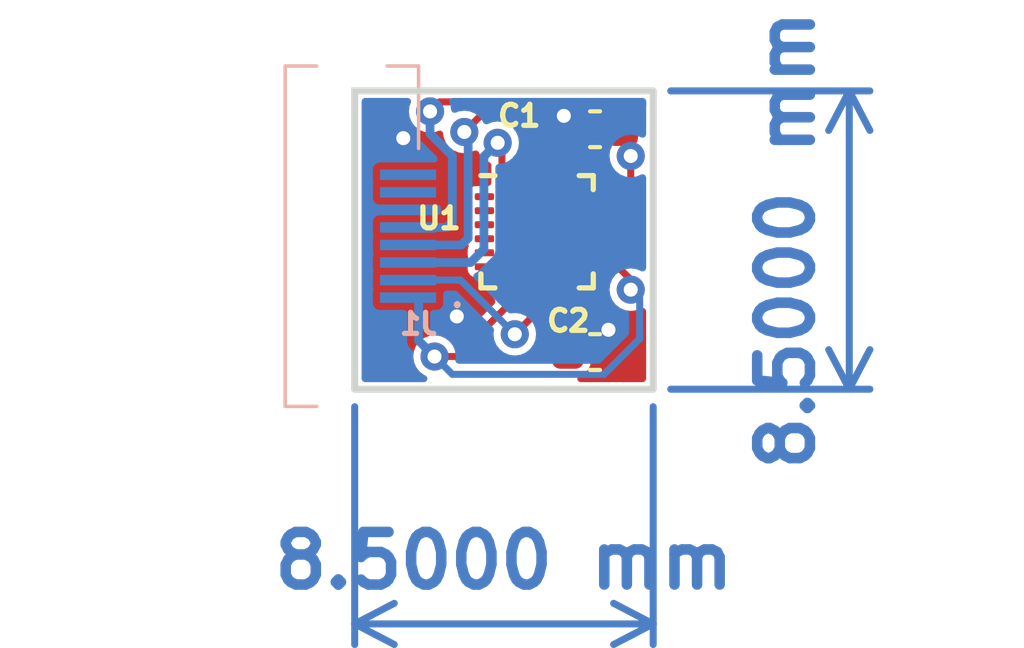
<source format=kicad_pcb>
(kicad_pcb (version 20211014) (generator pcbnew)
  (layers (0 "F.Cu" signal) (31 "B.Cu" signal) (34 "B.Paste" user) (35 "F.Paste" user) (36 "B.SilkS" user "B.Silkscreen") (37 "F.SilkS" user "F.Silkscreen") (38 "B.Mask" user) (39 "F.Mask" user) (44 "Edge.Cuts" user))
  (net 0 "")
  (net 8 "+1V8")
  (net 9 "GND")
  (net 10 "Net-(C2-Pad1)")
  (net 11 "/SDO")
  (net 13 "/SDI")
  (net 18 "/SCL")
  (net 21 "/CS")
  (footprint "Sensor_Motion:InvenSense_QFN-24_3x3mm_P0.4mm" (layer "F.Cu") (at 155.194 104.013)
    (fp_text reference "U1" (at -2.794 -0.381) (layer "F.SilkS") (effects (font (size 0.6 0.6))))
    (fp_text value "ICM-20948")
    (fp_line (start 1.6 -1.6) (end 1.2 -1.6) (layer "F.SilkS") (width 0.15))
    (fp_line (start 1.6 1.6) (end 1.2 1.6) (layer "F.SilkS") (width 0.15))
    (fp_line (start 1.6 -1.6) (end 1.6 -1.2) (layer "F.SilkS") (width 0.15))
    (fp_line (start -1.6 1.6) (end -1.2 1.6) (layer "F.SilkS") (width 0.15))
    (fp_line (start 1.6 1.6) (end 1.6 1.2) (layer "F.SilkS") (width 0.15))
    (fp_line (start -1.6 1.6) (end -1.6 1.2) (layer "F.SilkS") (width 0.15))
    (fp_line (start -1.6 -1.6) (end -1.2 -1.6) (layer "F.SilkS") (width 0.15))
    (pad "1" smd roundrect (at -1.5 -1) (size 0.55 0.2) (layers "F.Cu" "F.Paste" "F.Mask"))
    (pad "2" smd roundrect (at -1.5 -0.6) (size 0.55 0.2) (layers "F.Cu" "F.Paste" "F.Mask"))
    (pad "3" smd roundrect (at -1.5 -0.2) (size 0.55 0.2) (layers "F.Cu" "F.Paste" "F.Mask"))
    (pad "4" smd roundrect (at -1.5 0.2) (size 0.55 0.2) (layers "F.Cu" "F.Paste" "F.Mask"))
    (pad "5" smd roundrect (at -1.5 0.6) (size 0.55 0.2) (layers "F.Cu" "F.Paste" "F.Mask"))
    (pad "6" smd roundrect (at -1.5 1) (size 0.55 0.2) (layers "F.Cu" "F.Paste" "F.Mask"))
    (pad "7" smd roundrect (at -1 1.5 90) (size 0.55 0.2) (layers "F.Cu" "F.Paste" "F.Mask"))
    (pad "8" smd roundrect (at -0.6 1.5 90) (size 0.55 0.2) (layers "F.Cu" "F.Paste" "F.Mask") (net 8 "+1V8"))
    (pad "9" smd roundrect (at -0.2 1.5 90) (size 0.55 0.2) (layers "F.Cu" "F.Paste" "F.Mask") (net 11 "/SDO"))
    (pad "10" smd roundrect (at 0.2 1.5 90) (size 0.55 0.2) (layers "F.Cu" "F.Paste" "F.Mask") (net 10 "Net-(C2-Pad1)"))
    (pad "11" smd roundrect (at 0.6 1.5 90) (size 0.55 0.2) (layers "F.Cu" "F.Paste" "F.Mask") (net 9 "GND"))
    (pad "12" smd roundrect (at 1 1.5 90) (size 0.55 0.2) (layers "F.Cu" "F.Paste" "F.Mask"))
    (pad "13" smd roundrect (at 1.5 1) (size 0.55 0.2) (layers "F.Cu" "F.Paste" "F.Mask") (net 8 "+1V8"))
    (pad "14" smd roundrect (at 1.5 0.6) (size 0.55 0.2) (layers "F.Cu" "F.Paste" "F.Mask"))
    (pad "15" smd roundrect (at 1.5 0.2) (size 0.55 0.2) (layers "F.Cu" "F.Paste" "F.Mask"))
    (pad "16" smd roundrect (at 1.5 -0.2) (size 0.55 0.2) (layers "F.Cu" "F.Paste" "F.Mask"))
    (pad "17" smd roundrect (at 1.5 -0.6) (size 0.55 0.2) (layers "F.Cu" "F.Paste" "F.Mask"))
    (pad "18" smd roundrect (at 1.5 -1) (size 0.55 0.2) (layers "F.Cu" "F.Paste" "F.Mask") (net 9 "GND"))
    (pad "19" smd roundrect (at 1 -1.5 90) (size 0.55 0.2) (layers "F.Cu" "F.Paste" "F.Mask"))
    (pad "20" smd roundrect (at 0.6 -1.5 90) (size 0.55 0.2) (layers "F.Cu" "F.Paste" "F.Mask") (net 9 "GND"))
    (pad "21" smd roundrect (at 0.2 -1.5 90) (size 0.55 0.2) (layers "F.Cu" "F.Paste" "F.Mask"))
    (pad "22" smd roundrect (at -0.2 -1.5 90) (size 0.55 0.2) (layers "F.Cu" "F.Paste" "F.Mask") (net 21 "/CS"))
    (pad "23" smd roundrect (at -0.6 -1.5 90) (size 0.55 0.2) (layers "F.Cu" "F.Paste" "F.Mask") (net 18 "/SCL"))
    (pad "24" smd roundrect (at -1 -1.5 90) (size 0.55 0.2) (layers "F.Cu" "F.Paste" "F.Mask") (net 13 "/SDI"))
    (zone (net 0) (net_name "") (layer "F.Cu") (connect_pads (clearance 0)) (min_thickness 0.254)
      (keepout (tracks not_allowed) (vias not_allowed) (pads not_allowed) (copperpour not_allowed) (footprints allowed))
      (fill (thermal_gap 0.508) (thermal_bridge_width 0.508))
      (polygon (pts (xy 154.319 103.218) (xy 156.069 103.218) (xy 156.069 104.808) (xy 154.319 104.808)))
    )
  )
  (footprint "Capacitor_SMD:C_0603_1608Metric" (layer "F.Cu") (at 156.845 101.092 180)
    (fp_text reference "C1" (at 2.159 0.381) (layer "F.SilkS") (effects (font (size 0.6 0.6))))
    (fp_text value "0.1uF")
    (fp_line (start -0.14058 -0.51) (end 0.14058 -0.51) (layer "F.SilkS") (width 0.12))
    (fp_line (start -0.14058 0.51) (end 0.14058 0.51) (layer "F.SilkS") (width 0.12))
    (pad "1" smd roundrect (at -0.775 0 180) (size 0.9 0.95) (layers "F.Cu" "F.Paste" "F.Mask") (net 8 "+1V8"))
    (pad "2" smd roundrect (at 0.775 0 180) (size 0.9 0.95) (layers "F.Cu" "F.Paste" "F.Mask") (net 9 "GND"))
  )
  (footprint "Capacitor_SMD:C_0603_1608Metric" (layer "F.Cu") (at 156.845 107.442)
    (fp_text reference "C2" (at -0.762 -0.889) (layer "F.SilkS") (effects (font (size 0.6 0.6))))
    (fp_text value "0.1uF")
    (fp_line (start -0.14058 -0.51) (end 0.14058 -0.51) (layer "F.SilkS") (width 0.12))
    (fp_line (start -0.14058 0.51) (end 0.14058 0.51) (layer "F.SilkS") (width 0.12))
    (pad "1" smd roundrect (at -0.775 0) (size 0.9 0.95) (layers "F.Cu" "F.Paste" "F.Mask") (net 10 "Net-(C2-Pad1)"))
    (pad "2" smd roundrect (at 0.775 0) (size 0.9 0.95) (layers "F.Cu" "F.Paste" "F.Mask") (net 9 "GND"))
  )
  (footprint "Apogee:687108183722" (layer "B.Cu") (at 149.92 104.14 90)
    (fp_text reference "J1" (at -2.5 1.9) (layer "B.SilkS") (effects (font (size 0.6 0.6)) (justify mirror)))
    (fp_text value "Conn_01x06" hide)
    (fp_line (start -4.85 -1.9) (end 4.85 -1.9) (layer "B.SilkS") (width 0.1))
    (fp_line (start 4.85 -1.9) (end 4.85 -1) (layer "B.SilkS") (width 0.1))
    (fp_line (start 4.85 1.9) (end 4.85 1) (layer "B.SilkS") (width 0.1))
    (fp_line (start 2.5 1.9) (end 4.85 1.9) (layer "B.SilkS") (width 0.1))
    (fp_line (start -4.85 -1) (end -4.85 -1.9) (layer "B.SilkS") (width 0.1))
    (fp_line (start -1.9 3) (end -1.9 3) (layer "B.SilkS") (width 0.1))
    (fp_line (start -2 3) (end -2 3) (layer "B.SilkS") (width 0.1))
    (fp_arc (start -1.9 3) (mid -1.95 3.05) (end -2 3) (layer "B.SilkS") (width 0.1))
    (fp_arc (start -2 3) (mid -1.95 2.95) (end -1.9 3) (layer "B.SilkS") (width 0.1))
    (pad "1" smd rect (at -1.75 1.6 90) (size 0.3 1.6) (layers "B.Cu" "B.Paste" "B.Mask") (net 8 "+1V8"))
    (pad "2" smd rect (at -1.25 1.6 90) (size 0.3 1.6) (layers "B.Cu" "B.Paste" "B.Mask") (net 11 "/SDO"))
    (pad "3" smd rect (at -0.75 1.6 90) (size 0.3 1.6) (layers "B.Cu" "B.Paste" "B.Mask") (net 13 "/SDI"))
    (pad "4" smd rect (at -0.25 1.6 90) (size 0.3 1.6) (layers "B.Cu" "B.Paste" "B.Mask") (net 18 "/SCL"))
    (pad "5" smd rect (at 0.25 1.6 90) (size 0.3 1.6) (layers "B.Cu" "B.Paste" "B.Mask") (net 21 "/CS"))
    (pad "6" smd rect (at 0.75 1.6 90) (size 0.3 1.6) (layers "B.Cu" "B.Paste" "B.Mask") (net 9 "GND"))
    (pad "7" smd rect (at 1.25 1.6 90) (size 0.3 1.6) (layers "B.Cu" "B.Paste" "B.Mask"))
    (pad "8" smd rect (at 1.75 1.6 90) (size 0.3 1.6) (layers "B.Cu" "B.Paste" "B.Mask"))
  )
  (gr_rect (start 150 100) (end 158.5 108.5) (layer "Edge.Cuts") (width 0.2) (fill none))
  (dimension (type aligned) (layer "B.Cu") (pts (xy 150 108.5) (xy 158.5 108.5)) (height 6.689) (gr_text "8.5000 mm" (at 154.25 113.389) (layer "B.Cu") (effects (font (size 1.5 1.5) (thickness 0.3)))) (format (units 3) (units_format 1) (precision 4)) (style (thickness 0.2) (arrow_length 1.27) (text_position_mode 0) (extension_height 0.58642) (extension_offset 0.5) keep_text_aligned))
  (dimension (type aligned) (layer "B.Cu") (pts (xy 158.5 100) (xy 158.5 108.5)) (height -5.584) (gr_text "8.5000 mm" (at 162.284 104.25 90) (layer "B.Cu") (effects (font (size 1.5 1.5) (thickness 0.3)))) (format (units 3) (units_format 1) (precision 4)) (style (thickness 0.2) (arrow_length 1.27) (text_position_mode 0) (extension_height 0.58642) (extension_offset 0.5) keep_text_aligned))
  (segment (start 154.594 105.882295) (end 154.594 105.513) (width 0.2) (layer "F.Cu") (net 8))
  (segment (start 157.861 105.664) (end 157.861 105.378) (width 0.2) (layer "F.Cu") (net 8))
  (segment (start 156.694 105.013) (end 157.496 105.013) (width 0.2) (layer "F.Cu") (net 8))
  (segment (start 157.861 101.333) (end 157.62 101.092) (width 0.2) (layer "F.Cu") (net 8))
  (segment (start 157.861 105.378) (end 157.496 105.013) (width 0.2) (layer "F.Cu") (net 8))
  (segment (start 152.273 107.569) (end 152.907295 107.569) (width 0.2) (layer "F.Cu") (net 8))
  (segment (start 157.861 104.648) (end 157.861 104.14) (width 0.2) (layer "F.Cu") (net 8))
  (segment (start 157.861 104.14) (end 157.861 101.333) (width 0.2) (layer "F.Cu") (net 8))
  (segment (start 157.496 105.013) (end 157.861 104.648) (width 0.2) (layer "F.Cu") (net 8))
  (segment (start 152.907295 107.569) (end 154.594 105.882295) (width 0.2) (layer "F.Cu") (net 8))
  (via (at 157.861 101.854) (size 0.8) (drill 0.4) (layers "F.Cu" "B.Cu") (net 8))
  (via (at 157.861 105.664) (size 0.8) (drill 0.4) (layers "F.Cu" "B.Cu") (net 8))
  (via (at 152.273 107.569) (size 0.8) (drill 0.4) (layers "F.Cu" "B.Cu") (net 8))
  (segment (start 157.099 108.077) (end 158.115 107.061) (width 0.2) (layer "B.Cu") (net 8))
  (segment (start 152.273 107.569) (end 151.82 107.116) (width 0.25) (layer "B.Cu") (net 8))
  (segment (start 151.82 107.116) (end 151.82 105.89) (width 0.25) (layer "B.Cu") (net 8))
  (segment (start 158.115 105.918) (end 157.861 105.664) (width 0.2) (layer "B.Cu") (net 8))
  (segment (start 152.273 107.569) (end 152.781 108.077) (width 0.2) (layer "B.Cu") (net 8))
  (segment (start 158.115 107.061) (end 158.115 105.918) (width 0.2) (layer "B.Cu") (net 8))
  (segment (start 152.781 108.077) (end 157.099 108.077) (width 0.2) (layer "B.Cu") (net 8))
  (via (at 157.226 106.807) (size 0.8) (drill 0.4) (layers "F.Cu" "B.Cu") (net 9))
  (via (at 152.908 106.426) (size 0.8) (drill 0.4) (layers "F.Cu" "B.Cu") (net 9))
  (via (at 151.384 101.346) (size 0.8) (drill 0.4) (layers "F.Cu" "B.Cu") (net 9))
  (via (at 155.956 100.711) (size 0.8) (drill 0.4) (layers "F.Cu" "B.Cu") (net 9))
  (segment (start 155.394 105.513) (end 155.394 106.766) (width 0.2) (layer "F.Cu") (net 10))
  (segment (start 155.394 106.766) (end 156.07 107.442) (width 0.2) (layer "F.Cu") (net 10))
  (segment (start 154.994 106.499) (end 154.559 106.934) (width 0.2) (layer "F.Cu") (net 11))
  (segment (start 154.994 105.513) (end 154.994 106.499) (width 0.2) (layer "F.Cu") (net 11))
  (via (at 154.559 106.934) (size 0.8) (drill 0.4) (layers "F.Cu" "B.Cu") (net 11))
  (segment (start 151.52 105.39) (end 153.015 105.39) (width 0.2) (layer "B.Cu") (net 11))
  (segment (start 153.015 105.39) (end 154.559 106.934) (width 0.2) (layer "B.Cu") (net 11))
  (segment (start 154.194 102.513) (end 154.194 101.599886) (width 0.2) (layer "F.Cu") (net 13))
  (segment (start 154.194 101.599886) (end 154.07198 101.477866) (width 0.2) (layer "F.Cu") (net 13))
  (via (at 154.07198 101.477866) (size 0.8) (drill 0.4) (layers "F.Cu" "B.Cu") (net 13))
  (segment (start 153.301 104.89) (end 151.82 104.89) (width 0.25) (layer "B.Cu") (net 13))
  (segment (start 153.68004 104.51096) (end 153.301 104.89) (width 0.25) (layer "B.Cu") (net 13))
  (segment (start 153.68004 101.869806) (end 153.68004 104.51096) (width 0.25) (layer "B.Cu") (net 13))
  (segment (start 154.07198 101.477866) (end 153.68004 101.869806) (width 0.25) (layer "B.Cu") (net 13))
  (segment (start 154.813 100.965) (end 154.559 100.711) (width 0.2) (layer "F.Cu") (net 18))
  (segment (start 154.594 102.513) (end 154.594 101.946) (width 0.2) (layer "F.Cu") (net 18))
  (segment (start 154.559 100.711) (end 153.579806 100.711) (width 0.2) (layer "F.Cu") (net 18))
  (segment (start 153.579806 100.711) (end 153.121202 101.169604) (width 0.2) (layer "F.Cu") (net 18))
  (segment (start 154.594 101.946) (end 154.813 101.727) (width 0.2) (layer "F.Cu") (net 18))
  (segment (start 154.813 101.727) (end 154.813 100.965) (width 0.2) (layer "F.Cu") (net 18))
  (via (at 153.121202 101.169604) (size 0.8) (drill 0.4) (layers "F.Cu" "B.Cu") (net 18))
  (segment (start 153.039 104.39) (end 151.82 104.39) (width 0.25) (layer "B.Cu") (net 18))
  (segment (start 153.23052 101.278922) (end 153.23052 104.19848) (width 0.25) (layer "B.Cu") (net 18))
  (segment (start 153.23052 104.19848) (end 153.039 104.39) (width 0.25) (layer "B.Cu") (net 18))
  (segment (start 153.121202 101.169604) (end 153.23052 101.278922) (width 0.25) (layer "B.Cu") (net 18))
  (segment (start 155.212519 101.892487) (end 155.212519 100.799513) (width 0.2) (layer "F.Cu") (net 21))
  (segment (start 152.418519 100.311481) (end 152.146 100.584) (width 0.2) (layer "F.Cu") (net 21))
  (segment (start 154.724487 100.311481) (end 152.418519 100.311481) (width 0.2) (layer "F.Cu") (net 21))
  (segment (start 155.212519 100.799513) (end 154.724487 100.311481) (width 0.2) (layer "F.Cu") (net 21))
  (segment (start 154.994 102.111006) (end 155.212519 101.892487) (width 0.2) (layer "F.Cu") (net 21))
  (segment (start 154.994 102.513) (end 154.994 102.111006) (width 0.2) (layer "F.Cu") (net 21))
  (via (at 152.146 100.584) (size 0.8) (drill 0.4) (layers "F.Cu" "B.Cu") (net 21))
  (segment (start 152.781 103.728022) (end 152.619022 103.89) (width 0.25) (layer "B.Cu") (net 21))
  (segment (start 152.146 101.219) (end 152.781 101.854) (width 0.25) (layer "B.Cu") (net 21))
  (segment (start 152.146 100.584) (end 152.146 101.219) (width 0.25) (layer "B.Cu") (net 21))
  (segment (start 152.619022 103.89) (end 151.82 103.89) (width 0.25) (layer "B.Cu") (net 21))
  (segment (start 152.781 101.854) (end 152.781 103.728022) (width 0.25) (layer "B.Cu") (net 21))
  (zone (net 0) (net_name "") (layer "F.Cu") (connect_pads (clearance 0)) (min_thickness 0.254)
    (keepout (tracks not_allowed) (vias not_allowed) (pads not_allowed) (copperpour not_allowed) (footprints allowed))
    (fill (thermal_gap 0.508) (thermal_bridge_width 0.508))
    (polygon (pts (xy 156.21 105.029) (xy 154.178 105.029) (xy 154.178 102.997) (xy 156.21 102.997)))
  )
  (zone (net 9) (net_name "GND") (layers F&B.Cu) (connect_pads yes (clearance 0.2)) (min_thickness 0.2) (fill yes (thermal_gap 0.508) (thermal_bridge_width 0.508))
    (polygon (pts (xy 159.512 110.998) (xy 145.669 110.998) (xy 145.669 97.536) (xy 159.512 97.409)))
  )
)
</source>
